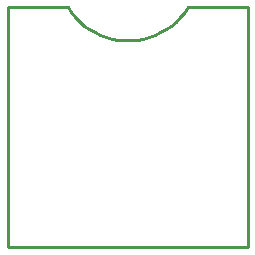
<source format=gbr>
G04 EAGLE Gerber RS-274X export*
G75*
%MOMM*%
%FSLAX34Y34*%
%LPD*%
%IN*%
%IPPOS*%
%AMOC8*
5,1,8,0,0,1.08239X$1,22.5*%
G01*
%ADD10C,0.254000*%


D10*
X0Y0D02*
X203200Y0D01*
X203200Y203200D01*
X152400Y203200D01*
X149386Y198896D01*
X146008Y194870D01*
X142293Y191155D01*
X138267Y187777D01*
X133963Y184763D01*
X129412Y182136D01*
X124650Y179915D01*
X119712Y178118D01*
X114636Y176758D01*
X109461Y175846D01*
X104227Y175388D01*
X98972Y175388D01*
X93737Y175846D01*
X88562Y176758D01*
X83487Y178119D01*
X78549Y179916D01*
X73787Y182137D01*
X69236Y184764D01*
X64932Y187778D01*
X60906Y191156D01*
X57191Y194871D01*
X53813Y198897D01*
X50800Y203200D01*
X0Y203200D01*
X0Y0D01*
M02*

</source>
